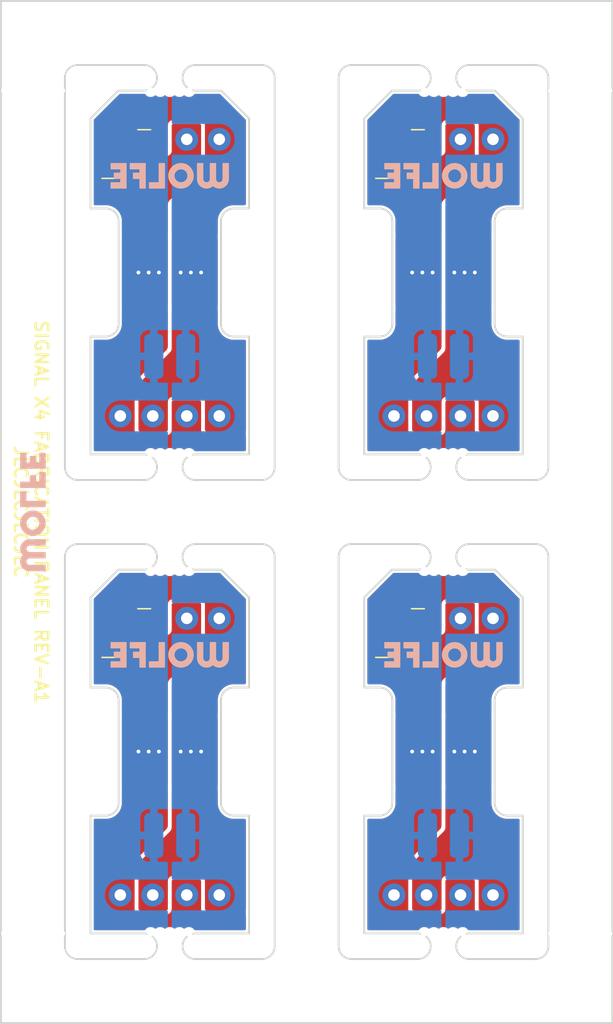
<source format=kicad_pcb>
(kicad_pcb (version 20221018) (generator pcbnew)
  (layers (0 "F.Cu" signal) (31 "B.Cu" signal) (34 "B.Paste" user) (35 "F.Paste" user) (36 "B.SilkS" user "B.Silkscreen") (37 "F.SilkS" user "F.Silkscreen") (38 "B.Mask" user) (39 "F.Mask" user) (44 "Edge.Cuts" user))
  (net 0 "")
  (net 1 "/PIN_A")
  (net 2 "Net-(D1-K)")
  (net 3 "Net-(D3-A)")
  (net 4 "/PIN_B")
  (net 5 "Net-(D2-K)")
  (net 6 "Net-(D3-K)")
  (net 7 "Net-(D1-A)")
  (footprint "Slonket_Footprints:D_LED_5mm" (layer "F.Cu") (at 178.05 86.45)
    (fp_text reference "D4" hide)
    (fp_text value "YELLOW" hide)
    (pad "1" thru_hole circle (at -1.27 0) (size 1.8 1.8) (drill 0.9) (layers "*.Cu" "*.Mask") (net 3 "Net-(D3-A)"))
    (pad "2" thru_hole circle (at 1.27 0) (size 1.8 1.8) (drill 0.9) (layers "*.Cu" "*.Mask") (net 6 "Net-(D3-K)"))
  )
  (footprint "Slonket_Footprints:D_SOD-123F" (layer "F.Cu") (at 150.65 64.85 180)
    (fp_text reference "D1" hide)
    (fp_text value "1N4148" hide)
    (pad "1" smd rect (at -1.4 0 180) (size 1.1 1.1) (layers "F.Cu" "F.Paste" "F.Mask") (net 2 "Net-(D1-K)"))
    (pad "2" smd rect (at 1.4 0 180) (size 1.1 1.1) (layers "F.Cu" "F.Paste" "F.Mask") (net 7 "Net-(D1-A)"))
  )
  (footprint "Slonket_Footprints:R_1206" (layer "F.Cu") (at 155.7 78.05 -90)
    (fp_text reference "R4" hide)
    (fp_text value "270" hide)
    (pad "1" smd rect (at -1.475 0 270) (size 1.15 1.8) (layers "F.Cu" "F.Paste" "F.Mask") (net 1 "/PIN_A"))
    (pad "2" smd rect (at 1.475 0 270) (size 1.15 1.8) (layers "F.Cu" "F.Paste" "F.Mask") (net 6 "Net-(D3-K)"))
  )
  (footprint "Slonket_Mechanical:Mousebites_Tab_2mm_2mm" (layer "F.Cu") (at 175.45 127.85 180)
    (fp_text reference "REF**" hide)
    (fp_text value "Mousebites_Tab_2mm_2mm" hide)
    (fp_arc (start -2.000036 -1.000001) (mid -1.000018 -0.000002) (end -2.000036 0.999997) (stroke (width 0.15)) (layer "Edge.Cuts"))
    (fp_arc (start 2 0.999998) (mid 0.999982 0) (end 2 -1) (stroke (width 0.15)) (layer "Edge.Cuts"))
    (pad "" np_thru_hole circle locked (at -1.5 1) (size 0.5 0.5) (drill 0.5) (layers "F&B.Cu" "*.Mask"))
    (pad "" np_thru_hole circle locked (at -0.75 0.999998) (size 0.5 0.5) (drill 0.5) (layers "F&B.Cu" "*.Mask"))
    (pad "" np_thru_hole circle locked (at -0.000018 0.999998 180) (size 0.5 0.5) (drill 0.5) (layers "F&B.Cu" "*.Mask"))
    (pad "" np_thru_hole circle locked (at 0.75 0.999998 180) (size 0.5 0.5) (drill 0.5) (layers "F&B.Cu" "*.Mask"))
    (pad "" np_thru_hole circle locked (at 1.5 0.999998 180) (size 0.5 0.5) (drill 0.5) (layers "F&B.Cu" "*.Mask"))
  )
  (footprint "Slonket_Footprints:D_LED_5mm" (layer "F.Cu") (at 156.65 64.85)
    (fp_text reference "D2" hide)
    (fp_text value "GREEN" hide)
    (pad "1" thru_hole circle (at -1.27 0) (size 1.8 1.8) (drill 0.9) (layers "*.Cu" "*.Mask") (net 5 "Net-(D2-K)"))
    (pad "2" thru_hole circle (at 1.27 0) (size 1.8 1.8) (drill 0.9) (layers "*.Cu" "*.Mask") (net 2 "Net-(D1-K)"))
  )
  (footprint "Slonket_Footprints:D_LED_5mm" (layer "F.Cu") (at 156.65 86.45)
    (fp_text reference "D4" hide)
    (fp_text value "YELLOW" hide)
    (pad "1" thru_hole circle (at -1.27 0) (size 1.8 1.8) (drill 0.9) (layers "*.Cu" "*.Mask") (net 3 "Net-(D3-A)"))
    (pad "2" thru_hole circle (at 1.27 0) (size 1.8 1.8) (drill 0.9) (layers "*.Cu" "*.Mask") (net 6 "Net-(D3-K)"))
  )
  (footprint "Slonket_Footprints:D_LED_5mm" (layer "F.Cu") (at 156.65 123.85)
    (fp_text reference "D4" hide)
    (fp_text value "YELLOW" hide)
    (pad "1" thru_hole circle (at -1.27 0) (size 1.8 1.8) (drill 0.9) (layers "*.Cu" "*.Mask") (net 3 "Net-(D3-A)"))
    (pad "2" thru_hole circle (at 1.27 0) (size 1.8 1.8) (drill 0.9) (layers "*.Cu" "*.Mask") (net 6 "Net-(D3-K)"))
  )
  (footprint "Slonket_Footprints:R_1206" (layer "F.Cu") (at 152.4 72.45 -90)
    (fp_text reference "R3" hide)
    (fp_text value "270" hide)
    (pad "1" smd rect (at -1.475 0 270) (size 1.15 1.8) (layers "F.Cu" "F.Paste" "F.Mask") (net 5 "Net-(D2-K)"))
    (pad "2" smd rect (at 1.475 0 270) (size 1.15 1.8) (layers "F.Cu" "F.Paste" "F.Mask") (net 4 "/PIN_B"))
  )
  (footprint "Slonket_Mechanical:Mousebites_Tab_2mm_2mm" (layer "F.Cu") (at 175.45 60.05)
    (fp_text reference "REF**" hide)
    (fp_text value "Mousebites_Tab_2mm_2mm" hide)
    (fp_arc (start -2.000036 -1.000001) (mid -1.000018 -0.000002) (end -2.000036 0.999997) (stroke (width 0.15)) (layer "Edge.Cuts"))
    (fp_arc (start 2 0.999998) (mid 0.999982 0) (end 2 -1) (stroke (width 0.15)) (layer "Edge.Cuts"))
    (pad "" np_thru_hole circle locked (at -1.5 1 180) (size 0.5 0.5) (drill 0.5) (layers "F&B.Cu" "*.Mask"))
    (pad "" np_thru_hole circle locked (at -0.75 0.999998 180) (size 0.5 0.5) (drill 0.5) (layers "F&B.Cu" "*.Mask"))
    (pad "" np_thru_hole circle locked (at -0.000018 0.999998) (size 0.5 0.5) (drill 0.5) (layers "F&B.Cu" "*.Mask"))
    (pad "" np_thru_hole circle locked (at 0.75 0.999998) (size 0.5 0.5) (drill 0.5) (layers "F&B.Cu" "*.Mask"))
    (pad "" np_thru_hole circle locked (at 1.5 0.999998) (size 0.5 0.5) (drill 0.5) (layers "F&B.Cu" "*.Mask"))
  )
  (footprint "Slonket_Mechanical:Mousebites_Break_5mm" (layer "F.Cu") (at 143.35 126.85)
    (fp_text reference "REF**" hide)
    (fp_text value "Mousebites_Break_5mm" hide)
    (pad "" np_thru_hole circle locked (at -2.25 0) (size 0.5 0.5) (drill 0.5) (layers "F&B.Cu" "*.Mask"))
    (pad "" np_thru_hole circle locked (at -1.5 0) (size 0.5 0.5) (drill 0.5) (layers "F&B.Cu" "*.Mask"))
    (pad "" np_thru_hole circle locked (at -0.75 0) (size 0.5 0.5) (drill 0.5) (layers "F&B.Cu" "*.Mask"))
    (pad "" np_thru_hole circle locked (at 0 0) (size 0.5 0.5) (drill 0.5) (layers "F&B.Cu" "*.Mask"))
    (pad "" np_thru_hole circle locked (at 0.75 0) (size 0.5 0.5) (drill 0.5) (layers "F&B.Cu" "*.Mask"))
    (pad "" np_thru_hole circle locked (at 1.5 0) (size 0.5 0.5) (drill 0.5) (layers "F&B.Cu" "*.Mask"))
    (pad "" np_thru_hole circle locked (at 2.25 0) (size 0.5 0.5) (drill 0.5) (layers "F&B.Cu" "*.Mask"))
  )
  (footprint "Slonket_Footprints:R_1206" (layer "F.Cu") (at 155.7 115.45 -90)
    (fp_text reference "R4" hide)
    (fp_text value "270" hide)
    (pad "1" smd rect (at -1.475 0 270) (size 1.15 1.8) (layers "F.Cu" "F.Paste" "F.Mask") (net 1 "/PIN_A"))
    (pad "2" smd rect (at 1.475 0 270) (size 1.15 1.8) (layers "F.Cu" "F.Paste" "F.Mask") (net 6 "Net-(D3-K)"))
  )
  (footprint "Slonket_Footprints:R_1206" (layer "F.Cu") (at 173.8 109.85 -90)
    (fp_text reference "R3" hide)
    (fp_text value "270" hide)
    (pad "1" smd rect (at -1.475 0 270) (size 1.15 1.8) (layers "F.Cu" "F.Paste" "F.Mask") (net 5 "Net-(D2-K)"))
    (pad "2" smd rect (at 1.475 0 270) (size 1.15 1.8) (layers "F.Cu" "F.Paste" "F.Mask") (net 4 "/PIN_B"))
  )
  (footprint "Slonket_Footprints:D_SOD-123F" (layer "F.Cu") (at 172.05 67.15)
    (fp_text reference "D5" hide)
    (fp_text value "1N4148" hide)
    (pad "1" smd rect (at -1.4 0) (size 1.1 1.1) (layers "F.Cu" "F.Paste" "F.Mask") (net 7 "Net-(D1-A)"))
    (pad "2" smd rect (at 1.4 0) (size 1.1 1.1) (layers "F.Cu" "F.Paste" "F.Mask") (net 5 "Net-(D2-K)"))
  )
  (footprint "Slonket_Footprints:D_SOD-123F" (layer "F.Cu") (at 150.65 104.55)
    (fp_text reference "D5" hide)
    (fp_text value "1N4148" hide)
    (pad "1" smd rect (at -1.4 0) (size 1.1 1.1) (layers "F.Cu" "F.Paste" "F.Mask") (net 7 "Net-(D1-A)"))
    (pad "2" smd rect (at 1.4 0) (size 1.1 1.1) (layers "F.Cu" "F.Paste" "F.Mask") (net 5 "Net-(D2-K)"))
  )
  (footprint "Slonket_Footprints:R_1206" (layer "F.Cu") (at 152.4 115.45 90)
    (fp_text reference "R2" hide)
    (fp_text value "270" hide)
    (pad "1" smd rect (at -1.475 0 90) (size 1.15 1.8) (layers "F.Cu" "F.Paste" "F.Mask") (net 3 "Net-(D3-A)"))
    (pad "2" smd rect (at 1.475 0 90) (size 1.15 1.8) (layers "F.Cu" "F.Paste" "F.Mask") (net 4 "/PIN_B"))
  )
  (footprint "Slonket_Mechanical:Mousebites_Break_5mm" (layer "F.Cu") (at 143.35 61.05)
    (fp_text reference "REF**" hide)
    (fp_text value "Mousebites_Break_5mm" hide)
    (pad "" np_thru_hole circle locked (at -2.25 0) (size 0.5 0.5) (drill 0.5) (layers "F&B.Cu" "*.Mask"))
    (pad "" np_thru_hole circle locked (at -1.5 0) (size 0.5 0.5) (drill 0.5) (layers "F&B.Cu" "*.Mask"))
    (pad "" np_thru_hole circle locked (at -0.75 0) (size 0.5 0.5) (drill 0.5) (layers "F&B.Cu" "*.Mask"))
    (pad "" np_thru_hole circle locked (at 0 0) (size 0.5 0.5) (drill 0.5) (layers "F&B.Cu" "*.Mask"))
    (pad "" np_thru_hole circle locked (at 0.75 0) (size 0.5 0.5) (drill 0.5) (layers "F&B.Cu" "*.Mask"))
    (pad "" np_thru_hole circle locked (at 1.5 0) (size 0.5 0.5) (drill 0.5) (layers "F&B.Cu" "*.Mask"))
    (pad "" np_thru_hole circle locked (at 2.25 0) (size 0.5 0.5) (drill 0.5) (layers "F&B.Cu" "*.Mask"))
  )
  (footprint "Slonket_Footprints:R_1206" (layer "F.Cu") (at 177.1 78.05 -90)
    (fp_text reference "R4" hide)
    (fp_text value "270" hide)
    (pad "1" smd rect (at -1.475 0 270) (size 1.15 1.8) (layers "F.Cu" "F.Paste" "F.Mask") (net 1 "/PIN_A"))
    (pad "2" smd rect (at 1.475 0 270) (size 1.15 1.8) (layers "F.Cu" "F.Paste" "F.Mask") (net 6 "Net-(D3-K)"))
  )
  (footprint "Slonket_Mechanical:Mousebites_Break_5mm" (layer "F.Cu") (at 186.15 61.05)
    (fp_text reference "REF**" hide)
    (fp_text value "Mousebites_Break_5mm" hide)
    (pad "" np_thru_hole circle locked (at -2.25 0) (size 0.5 0.5) (drill 0.5) (layers "F&B.Cu" "*.Mask"))
    (pad "" np_thru_hole circle locked (at -1.5 0) (size 0.5 0.5) (drill 0.5) (layers "F&B.Cu" "*.Mask"))
    (pad "" np_thru_hole circle locked (at -0.75 0) (size 0.5 0.5) (drill 0.5) (layers "F&B.Cu" "*.Mask"))
    (pad "" np_thru_hole circle locked (at 0 0) (size 0.5 0.5) (drill 0.5) (layers "F&B.Cu" "*.Mask"))
    (pad "" np_thru_hole circle locked (at 0.75 0) (size 0.5 0.5) (drill 0.5) (layers "F&B.Cu" "*.Mask"))
    (pad "" np_thru_hole circle locked (at 1.5 0) (size 0.5 0.5) (drill 0.5) (layers "F&B.Cu" "*.Mask"))
    (pad "" np_thru_hole circle locked (at 2.25 0) (size 0.5 0.5) (drill 0.5) (layers "F&B.Cu" "*.Mask"))
  )
  (footprint "Slonket_Mechanical:JLCPCB_Tooling_Hole" (layer "F.Cu") (at 186.15 93.95)
    (fp_text reference "REF**" hide)
    (fp_text value "JLCPCB_Tooling_Hole" hide)
    (pad "" np_thru_hole circle locked (at 0 0) (size 1.152 1.152) (drill 1.152) (layers "*.Cu" "*.Mask") (clearance 0.248))
  )
  (footprint "Slonket_Footprints:D_SOD-123F" (layer "F.Cu") (at 150.65 67.15)
    (fp_text reference "D5" hide)
    (fp_text value "1N4148" hide)
    (pad "1" smd rect (at -1.4 0) (size 1.1 1.1) (layers "F.Cu" "F.Paste" "F.Mask") (net 7 "Net-(D1-A)"))
    (pad "2" smd rect (at 1.4 0) (size 1.1 1.1) (layers "F.Cu" "F.Paste" "F.Mask") (net 5 "Net-(D2-K)"))
  )
  (footprint "Slonket_Footprints:R_1206" (layer "F.Cu") (at 173.8 78.05 90)
    (fp_text reference "R2" hide)
    (fp_text value "270" hide)
    (pad "1" smd rect (at -1.475 0 90) (size 1.15 1.8) (layers "F.Cu" "F.Paste" "F.Mask") (net 3 "Net-(D3-A)"))
    (pad "2" smd rect (at 1.475 0 90) (size 1.15 1.8) (layers "F.Cu" "F.Paste" "F.Mask") (net 4 "/PIN_B"))
  )
  (footprint "Slonket_Footprints:D_LED_5mm" (layer "F.Cu") (at 156.65 102.25)
    (fp_text reference "D2" hide)
    (fp_text value "GREEN" hide)
    (pad "1" thru_hole circle (at -1.27 0) (size 1.8 1.8) (drill 0.9) (layers "*.Cu" "*.Mask") (net 5 "Net-(D2-K)"))
    (pad "2" thru_hole circle (at 1.27 0) (size 1.8 1.8) (drill 0.9) (layers "*.Cu" "*.Mask") (net 2 "Net-(D1-K)"))
  )
  (footprint "Slonket_Footprints:R_1206" (layer "F.Cu") (at 177.1 72.45 90)
    (fp_text reference "R1" hide)
    (fp_text value "270" hide)
    (pad "1" smd rect (at -1.475 0 90) (size 1.15 1.8) (layers "F.Cu" "F.Paste" "F.Mask") (net 1 "/PIN_A"))
    (pad "2" smd rect (at 1.475 0 90) (size 1.15 1.8) (layers "F.Cu" "F.Paste" "F.Mask") (net 2 "Net-(D1-K)"))
  )
  (footprint "Slonket_Footprints:D_LED_5mm" (layer "F.Cu") (at 151.45 86.45 180)
    (fp_text reference "D3" hide)
    (fp_text value "RED" hide)
    (pad "1" thru_hole circle (at -1.27 0 180) (size 1.8 1.8) (drill 0.9) (layers "*.Cu" "*.Mask") (net 6 "Net-(D3-K)"))
    (pad "2" thru_hole circle (at 1.27 0 180) (size 1.8 1.8) (drill 0.9) (layers "*.Cu" "*.Mask") (net 3 "Net-(D3-A)"))
  )
  (footprint "Slonket_Footprints:D_LED_5mm" (layer "F.Cu") (at 178.05 64.85)
    (fp_text reference "D2" hide)
    (fp_text value "GREEN" hide)
    (pad "1" thru_hole circle (at -1.27 0) (size 1.8 1.8) (drill 0.9) (layers "*.Cu" "*.Mask") (net 5 "Net-(D2-K)"))
    (pad "2" thru_hole circle (at 1.27 0) (size 1.8 1.8) (drill 0.9) (layers "*.Cu" "*.Mask") (net 2 "Net-(D1-K)"))
  )
  (footprint "Slonket_Footprints:D_SOD-123F" (layer "F.Cu") (at 172.05 64.85 180)
    (fp_text reference "D1" hide)
    (fp_text value "1N4148" hide)
    (pad "1" smd rect (at -1.4 0 180) (size 1.1 1.1) (layers "F.Cu" "F.Paste" "F.Mask") (net 2 "Net-(D1-K)"))
    (pad "2" smd rect (at 1.4 0 180) (size 1.1 1.1) (layers "F.Cu" "F.Paste" "F.Mask") (net 7 "Net-(D1-A)"))
  )
  (footprint "Slonket_Mechanical:Mousebites_Tab_2mm_2mm" (layer "F.Cu") (at 175.45 90.45 180)
    (fp_text reference "REF**" hide)
    (fp_text value "Mousebites_Tab_2mm_2mm" hide)
    (fp_arc (start -2.000036 -1.000001) (mid -1.000018 -0.000002) (end -2.000036 0.999997) (stroke (width 0.15)) (layer "Edge.Cuts"))
    (fp_arc (start 2 0.999998) (mid 0.999982 0) (end 2 -1) (stroke (width 0.15)) (layer "Edge.Cuts"))
    (pad "" np_thru_hole circle locked (at -1.5 1) (size 0.5 0.5) (drill 0.5) (layers "F&B.Cu" "*.Mask"))
    (pad "" np_thru_hole circle locked (at -0.75 0.999998) (size 0.5 0.5) (drill 0.5) (layers "F&B.Cu" "*.Mask"))
    (pad "" np_thru_hole circle locked (at -0.000018 0.999998 180) (size 0.5 0.5) (drill 0.5) (layers "F&B.Cu" "*.Mask"))
    (pad "" np_thru_hole circle locked (at 0.75 0.999998 180) (size 0.5 0.5) (drill 0.5) (layers "F&B.Cu" "*.Mask"))
    (pad "" np_thru_hole circle locked (at 1.5 0.999998 180) (size 0.5 0.5) (drill 0.5) (layers "F&B.Cu" "*.Mask"))
  )
  (footprint "Slonket_Mechanical:Mousebites_Tab_2mm_2mm" (layer "F.Cu") (at 175.45 97.45)
    (fp_text reference "REF**" hide)
    (fp_text value "Mousebites_Tab_2mm_2mm" hide)
    (fp_arc (start -2.000036 -1.000001) (mid -1.000018 -0.000002) (end -2.000036 0.999997) (stroke (width 0.15)) (layer "Edge.Cuts"))
    (fp_arc (start 2 0.999998) (mid 0.999982 0) (end 2 -1) (stroke (width 0.15)) (layer "Edge.Cuts"))
    (pad "" np_thru_hole circle locked (at -1.5 1 180) (size 0.5 0.5) (drill 0.5) (layers "F&B.Cu" "*.Mask"))
    (pad "" np_thru_hole circle locked (at -0.75 0.999998 180) (size 0.5 0.5) (drill 0.5) (layers "F&B.Cu" "*.Mask"))
    (pad "" np_thru_hole circle locked (at -0.000018 0.999998) (size 0.5 0.5) (drill 0.5) (layers "F&B.Cu" "*.Mask"))
    (pad "" np_thru_hole circle locked (at 0.75 0.999998) (size 0.5 0.5) (drill 0.5) (layers "F&B.Cu" "*.Mask"))
    (pad "" np_thru_hole circle locked (at 1.5 0.999998) (size 0.5 0.5) (drill 0.5) (layers "F&B.Cu" "*.Mask"))
  )
  (footprint "Slonket_Footprints:R_1206" (layer "F.Cu") (at 173.8 72.45 -90)
    (fp_text reference "R3" hide)
    (fp_text value "270" hide)
    (pad "1" smd rect (at -1.475 0 270) (size 1.15 1.8) (layers "F.Cu" "F.Paste" "F.Mask") (net 5 "Net-(D2-K)"))
    (pad "2" smd rect (at 1.475 0 270) (size 1.15 1.8) (layers "F.Cu" "F.Paste" "F.Mask") (net 4 "/PIN_B"))
  )
  (footprint "Slonket_Footprints:R_1206" (layer "F.Cu") (at 152.4 78.05 90)
    (fp_text reference "R2" hide)
    (fp_text value "270" hide)
    (pad "1" smd rect (at -1.475 0 90) (size 1.15 1.8) (layers "F.Cu" "F.Paste" "F.Mask") (net 3 "Net-(D3-A)"))
    (pad "2" smd rect (at 1.475 0 90) (size 1.15 1.8) (layers "F.Cu" "F.Paste" "F.Mask") (net 4 "/PIN_B"))
  )
  (footprint "Slonket_Footprints:R_1206" (layer "F.Cu") (at 155.7 109.85 90)
    (fp_text reference "R1" hide)
    (fp_text value "270" hide)
    (pad "1" smd rect (at -1.475 0 90) (size 1.15 1.8) (layers "F.Cu" "F.Paste" "F.Mask") (net 1 "/PIN_A"))
    (pad "2" smd rect (at 1.475 0 90) (size 1.15 1.8) (layers "F.Cu" "F.Paste" "F.Mask") (net 2 "Net-(D1-K)"))
  )
  (footprint "Slonket_Mechanical:Mousebites_Tab_2mm_2mm" (layer "F.Cu") (at 154.05 127.85 180)
    (fp_text reference "REF**" hide)
    (fp_text value "Mousebites_Tab_2mm_2mm" hide)
    (fp_arc (start -2.000036 -1.000001) (mid -1.000018 -0.000002) (end -2.000036 0.999997) (stroke (width 0.15)) (layer "Edge.Cuts"))
    (fp_arc (start 2 0.999998) (mid 0.999982 0) (end 2 -1) (stroke (width 0.15)) (layer "Edge.Cuts"))
    (pad "" np_thru_hole circle locked (at -1.5 1) (size 0.5 0.5) (drill 0.5) (layers "F&B.Cu" "*.Mask"))
    (pad "" np_thru_hole circle locked (at -0.75 0.999998) (size 0.5 0.5) (drill 0.5) (layers "F&B.Cu" "*.Mask"))
    (pad "" np_thru_hole circle locked (at -0.000018 0.999998 180) (size 0.5 0.5) (drill 0.5) (layers "F&B.Cu" "*.Mask"))
    (pad "" np_thru_hole circle locked (at 0.75 0.999998 180) (size 0.5 0.5) (drill 0.5) (layers "F&B.Cu" "*.Mask"))
    (pad "" np_thru_hole circle locked (at 1.5 0.999998 180) (size 0.5 0.5) (drill 0.5) (layers "F&B.Cu" "*.Mask"))
  )
  (footprint "Slonket_Mechanical:Mousebites_Tab_2mm_2mm" (layer "F.Cu") (at 154.05 97.45)
    (fp_text reference "REF**" hide)
    (fp_text value "Mousebites_Tab_2mm_2mm" hide)
    (fp_arc (start -2.000036 -1.000001) (mid -1.000018 -0.000002) (end -2.000036 0.999997) (stroke (width 0.15)) (layer "Edge.Cuts"))
    (fp_arc (start 2 0.999998) (mid 0.999982 0) (end 2 -1) (stroke (width 0.15)) (layer "Edge.Cuts"))
    (pad "" np_thru_hole circle locked (at -1.5 1 180) (size 0.5 0.5) (drill 0.5) (layers "F&B.Cu" "*.Mask"))
    (pad "" np_thru_hole circle locked (at -0.75 0.999998 180) (size 0.5 0.5) (drill 0.5) (layers "F&B.Cu" "*.Mask"))
    (pad "" np_thru_hole circle locked (at -0.000018 0.999998) (size 0.5 0.5) (drill 0.5) (layers "F&B.Cu" "*.Mask"))
    (pad "" np_thru_hole circle locked (at 0.75 0.999998) (size 0.5 0.5) (drill 0.5) (layers "F&B.Cu" "*.Mask"))
    (pad "" np_thru_hole circle locked (at 1.5 0.999998) (size 0.5 0.5) (drill 0.5) (layers "F&B.Cu" "*.Mask"))
  )
  (footprint "Slonket_Footprints:R_1206" (layer "F.Cu") (at 173.8 115.45 90)
    (fp_text reference "R2" hide)
    (fp_text value "270" hide)
    (pad "1" smd rect (at -1.475 0 90) (size 1.15 1.8) (layers "F.Cu" "F.Paste" "F.Mask") (net 3 "Net-(D3-A)"))
    (pad "2" smd rect (at 1.475 0 90) (size 1.15 1.8) (layers "F.Cu" "F.Paste" "F.Mask") (net 4 "/PIN_B"))
  )
  (footprint "Slonket_Footprints:R_1206" (layer "F.Cu") (at 177.1 109.85 90)
    (fp_text reference "R1" hide)
    (fp_text value "270" hide)
    (pad "1" smd rect (at -1.475 0 90) (size 1.15 1.8) (layers "F.Cu" "F.Paste" "F.Mask") (net 1 "/PIN_A"))
    (pad "2" smd rect (at 1.475 0 90) (size 1.15 1.8) (layers "F.Cu" "F.Paste" "F.Mask") (net 2 "Net-(D1-K)"))
  )
  (footprint "Slonket_Footprints:R_1206" (layer "F.Cu") (at 177.1 115.45 -90)
    (fp_text reference "R4" hide)
    (fp_text value "270" hide)
    (pad "1" smd rect (at -1.475 0 270) (size 1.15 1.8) (layers "F.Cu" "F.Paste" "F.Mask") (net 1 "/PIN_A"))
    (pad "2" smd rect (at 1.475 0 270) (size 1.15 1.8) (layers "F.Cu" "F.Paste" "F.Mask") (net 6 "Net-(D3-K)"))
  )
  (footprint "Slonket_Footprints:D_LED_5mm" (layer "F.Cu") (at 172.85 86.45 180)
    (fp_text reference "D3" hide)
    (fp_text value "RED" hide)
    (pad "1" thru_hole circle (at -1.27 0 180) (size 1.8 1.8) (drill 0.9) (layers "*.Cu" "*.Mask") (net 6 "Net-(D3-K)"))
    (pad "2" thru_hole circle (at 1.27 0 180) (size 1.8 1.8) (drill 0.9) (layers "*.Cu" "*.Mask") (net 3 "Net-(D3-A)"))
  )
  (footprint "Slonket_Mechanical:JLCPCB_Tooling_Hole" (layer "F.Cu") (at 143.35 56.55)
    (fp_text reference "REF**" hide)
    (fp_text value "JLCPCB_Tooling_Hole" hide)
    (pad "" np_thru_hole circle locked (at 0 0) (size 1.152 1.152) (drill 1.152) (layers "*.Cu" "*.Mask") (clearance 0.248))
  )
  (footprint "Slonket_Footprints:R_1206" (layer "F.Cu") (at 152.4 109.85 -90)
    (fp_text reference "R3" hide)
    (fp_text value "270" hide)
    (pad "1" smd rect (at -1.475 0 270) (size 1.15 1.8) (layers "F.Cu" "F.Paste" "F.Mask") (net 5 "Net-(D2-K)"))
    (pad "2" smd rect (at 1.475 0 270) (size 1.15 1.8) (layers "F.Cu" "F.Paste" "F.Mask") (net 4 "/PIN_B"))
  )
  (footprint "Slonket_Mechanical:Mousebites_Tab_2mm_2mm" (layer "F.Cu") (at 154.05 90.45 180)
    (fp_text reference "REF**" hide)
    (fp_text value "Mousebites_Tab_2mm_2mm" hide)
    (fp_arc (start -2.000036 -1.000001) (mid -1.000018 -0.000002) (end -2.000036 0.999997) (stroke (width 0.15)) (layer "Edge.Cuts"))
    (fp_arc (start 2 0.999998) (mid 0.999982 0) (end 2 -1) (stroke (width 0.15)) (layer "Edge.Cuts"))
    (pad "" np_thru_hole circle locked (at -1.5 1) (size 0.5 0.5) (drill 0.5) (layers "F&B.Cu" "*.Mask"))
    (pad "" np_thru_hole circle locked (at -0.75 0.999998) (size 0.5 0.5) (drill 0.5) (layers "F&B.Cu" "*.Mask"))
    (pad "" np_thru_hole circle locked (at -0.000018 0.999998 180) (size 0.5 0.5) (drill 0.5) (layers "F&B.Cu" "*.Mask"))
    (pad "" np_thru_hole circle locked (at 0.75 0.999998 180) (size 0.5 0.5) (drill 0.5) (layers "F&B.Cu" "*.Mask"))
    (pad "" np_thru_hole circle locked (at 1.5 0.999998 180) (size 0.5 0.5) (drill 0.5) (layers "F&B.Cu" "*.Mask"))
  )
  (footprint "Slonket_Mechanical:Mousebites_Break_5mm" (layer "F.Cu") (at 186.15 126.85)
    (fp_text reference "REF**" hide)
    (fp_text value "Mousebites_Break_5mm" hide)
    (pad "" np_thru_hole circle locked (at -2.25 0) (size 0.5 0.5) (drill 0.5) (layers "F&B.Cu" "*.Mask"))
    (pad "" np_thru_hole circle locked (at -1.5 0) (size 0.5 0.5) (drill 0.5) (layers "F&B.Cu" "*.Mask"))
    (pad "" np_thru_hole circle locked (at -0.75 0) (size 0.5 0.5) (drill 0.5) (layers "F&B.Cu" "*.Mask"))
    (pad "" np_thru_hole circle locked (at 0 0) (size 0.5 0.5) (drill 0.5) (layers "F&B.Cu" "*.Mask"))
    (pad "" np_thru_hole circle locked (at 0.75 0) (size 0.5 0.5) (drill 0.5) (layers "F&B.Cu" "*.Mask"))
    (pad "" np_thru_hole circle locked (at 1.5 0) (size 0.5 0.5) (drill 0.5) (layers "F&B.Cu" "*.Mask"))
    (pad "" np_thru_hole circle locked (at 2.25 0) (size 0.5 0.5) (drill 0.5) (layers "F&B.Cu" "*.Mask"))
  )
  (footprint "Slonket_Footprints:D_LED_5mm" (layer "F.Cu") (at 172.85 123.85 180)
    (fp_text reference "D3" hide)
    (fp_text value "RED" hide)
    (pad "1" thru_hole circle (at -1.27 0 180) (size 1.8 1.8) (drill 0.9) (layers "*.Cu" "*.Mask") (net 6 "Net-(D3-K)"))
    (pad "2" thru_hole circle (at 1.27 0 180) (size 1.8 1.8) (drill 0.9) (layers "*.Cu" "*.Mask") (net 3 "Net-(D3-A)"))
  )
  (footprint "Slonket_Mechanical:JLCPCB_Tooling_Hole" (layer "F.Cu") (at 143.35 131.35)
    (fp_text reference "REF**" hide)
    (fp_text value "JLCPCB_Tooling_Hole" hide)
    (pad "" np_thru_hole circle locked (at 0 0) (size 1.152 1.152) (drill 1.152) (layers "*.Cu" "*.Mask") (clearance 0.248))
  )
  (footprint "Slonket_Footprints:R_1206" (layer "F.Cu") (at 155.7 72.45 90)
    (fp_text reference "R1" hide)
    (fp_text value "270" hide)
    (pad "1" smd rect (at -1.475 0 90) (size 1.15 1.8) (layers "F.Cu" "F.Paste" "F.Mask") (net 1 "/PIN_A"))
    (pad "2" smd rect (at 1.475 0 90) (size 1.15 1.8) (layers "F.Cu" "F.Paste" "F.Mask") (net 2 "Net-(D1-K)"))
  )
  (footprint "Slonket_Footprints:D_SOD-123F" (layer "F.Cu") (at 150.65 102.25 180)
    (fp_text reference "D1" hide)
    (fp_text value "1N4148" hide)
    (pad "1" smd rect (at -1.4 0 180) (size 1.1 1.1) (layers "F.Cu" "F.Paste" "F.Mask") (net 2 "Net-(D1-K)"))
    (pad "2" smd rect (at 1.4 0 180) (size 1.1 1.1) (layers "F.Cu" "F.Paste" "F.Mask") (net 7 "Net-(D1-A)"))
  )
  (footprint "Slonket_Footprints:D_SOD-123F" (layer "F.Cu") (at 172.05 104.55)
    (fp_text reference "D5" hide)
    (fp_text value "1N4148" hide)
    (pad "1" smd rect (at -1.4 0) (size 1.1 1.1) (layers "F.Cu" "F.Paste" "F.Mask") (net 7 "Net-(D1-A)"))
    (pad "2" smd rect (at 1.4 0) (size 1.1 1.1) (layers "F.Cu" "F.Paste" "F.Mask") (net 5 "Net-(D2-K)"))
  )
  (footprint "Slonket_Footprints:D_LED_5mm" (layer "F.Cu") (at 178.05 123.85)
    (fp_text reference "D4" hide)
    (fp_text value "YELLOW" hide)
    (pad "1" thru_hole circle (at -1.27 0) (size 1.8 1.8) (drill 0.9) (layers "*.Cu" "*.Mask") (net 3 "Net-(D3-A)"))
    (pad "2" thru_hole circle (at 1.27 0) (size 1.8 1.8) (drill 0.9) (layers "*.Cu" "*.Mask") (net 6 "Net-(D3-K)"))
  )
  (footprint "Slonket_Footprints:D_LED_5mm" (layer "F.Cu") (at 151.45 123.85 180)
    (fp_text reference "D3" hide)
    (fp_text value "RED" hide)
    (pad "1" thru_hole circle (at -1.27 0 180) (size 1.8 1.8) (drill 0.9) (layers "*.Cu" "*.Mask") (net 6 "Net-(D3-K)"))
    (pad "2" thru_hole circle (at 1.27 0 180) (size 1.8 1.8) (drill 0.9) (layers "*.Cu" "*.Mask") (net 3 "Net-(D3-A)"))
  )
  (footprint "Slonket_Mechanical:Mousebites_Tab_2mm_2mm" (layer "F.Cu") (at 154.05 60.05)
    (fp_text reference "REF**" hide)
    (fp_text value "Mousebites_Tab_2mm_2mm" hide)
    (fp_arc (start -2.000036 -1.000001) (mid -1.000018 -0.000002) (end -2.000036 0.999997) (stroke (width 0.15)) (layer "Edge.Cuts"))
    (fp_arc (start 2 0.999998) (mid 0.999982 0) (end 2 -1) (stroke (width 0.15)) (layer "Edge.Cuts"))
    (pad "" np_thru_hole circle locked (at -1.5 1 180) (size 0.5 0.5) (drill 0.5) (layers "F&B.Cu" "*.Mask"))
    (pad "" np_thru_hole circle locked (at -0.75 0.999998 180) (size 0.5 0.5) (drill 0.5) (layers "F&B.Cu" "*.Mask"))
    (pad "" np_thru_hole circle locked (at -0.000018 0.999998) (size 0.5 0.5) (drill 0.5) (layers "F&B.Cu" "*.Mask"))
    (pad "" np_thru_hole circle locked (at 0.75 0.999998) (size 0.5 0.5) (drill 0.5) (layers "F&B.Cu" "*.Mask"))
    (pad "" np_thru_hole circle locked (at 1.5 0.999998) (size 0.5 0.5) (drill 0.5) (layers "F&B.Cu" "*.Mask"))
  )
  (footprint "Slonket_Footprints:D_SOD-123F" (layer "F.Cu") (at 172.05 102.25 180)
    (fp_text reference "D1" hide)
    (fp_text value "1N4148" hide)
    (pad "1" smd rect (at -1.4 0 180) (size 1.1 1.1) (layers "F.Cu" "F.Paste" "F.Mask") (net 2 "Net-(D1-K)"))
    (pad "2" smd rect (at 1.4 0 180) (size 1.1 1.1) (layers "F.Cu" "F.Paste" "F.Mask") (net 7 "Net-(D1-A)"))
  )
  (footprint "Slonket_Footprints:D_LED_5mm" (layer "F.Cu") (at 178.05 102.25)
    (fp_text reference "D2" hide)
    (fp_text value "GREEN" hide)
    (pad "1" thru_hole circle (at -1.27 0) (size 1.8 1.8) (drill 0.9) (layers "*.Cu" "*.Mask") (net 5 "Net-(D2-K)"))
    (pad "2" thru_hole circle (at 1.27 0) (size 1.8 1.8) (drill 0.9) (layers "*.Cu" "*.Mask") (net 2 "Net-(D1-K)"))
  )
  (footprint "Slonket_Footprints:Logo_WOLFE_2mm" (layer "B.Cu") (at 154.05 105.1 180)
    (fp_text reference "REF**" hide)
    (fp_text value "Logo_WOLFE_2mm" hide)
  )
  (footprint "Slonket_Footprints:J_Pad_2_T15" (layer "B.Cu") (at 175.45 119.2 180)
    (fp_text reference "J1" hide)
    (fp_text value "PADS" hide)
    (pad "1" smd roundrect (at -1.25 0) (size 1.5 3.5) (layers "B.Cu" "B.Mask") (net 1 "/PIN_A") (thermal_bridge_width 0.6) (thermal_gap 0.3))
    (pad "2" smd roundrect (at 1.25 0) (size 1.5 3.5) (layers "B.Cu" "B.Mask") (net 4 "/PIN_B") (thermal_bridge_width 0.6) (thermal_gap 0.3))
  )
  (footprint "Slonket_Footprints:Logo_WOLFE_2mm" (layer "B.Cu") (at 175.45 67.7 180)
    (fp_text reference "REF**" hide)
    (fp_text value "Logo_WOLFE_2mm" hide)
  )
  (footprint "Slonket_Footprints:Logo_WOLFE_2mm" (layer "B.Cu") (at 154.05 67.7 180)
    (fp_text reference "REF**" hide)
    (fp_text value "Logo_WOLFE_2mm" hide)
  )
  (footprint "Slonket_Footprints:J_Pad_2_T15" (layer "B.Cu") (at 154.05 81.8 180)
    (fp_text reference "J1" hide)
    (fp_text value "PADS" hide)
    (pad "1" smd roundrect (at -1.25 0) (size 1.5 3.5) (layers "B.Cu" "B.Mask") (net 1 "/PIN_A") (thermal_bridge_width 0.6) (thermal_gap 0.3))
    (pad "2" smd roundrect (at 1.25 0) (size 1.5 3.5) (layers "B.Cu" "B.Mask") (net 4 "/PIN_B") (thermal_bridge_width 0.6) (thermal_gap 0.3))
  )
  (footprint "Slonket_Footprints:Logo_WOLFE_2mm" (layer "B.Cu") (at 143.35 93.95 90)
    (fp_text reference "REF**" hide)
    (fp_text value "Logo_WOLFE_2mm" hide)
  )
  (footprint "Slonket_Footprints:J_Pad_2_T15" (layer "B.Cu") (at 154.05 119.2 180)
    (fp_text reference "J1" hide)
    (fp_text value "PADS" hide)
    (pad "1" smd roundrect (at -1.25 0) (size 1.5 3.5) (layers "B.Cu" "B.Mask") (net 1 "/PIN_A") (thermal_bridge_width 0.6) (thermal_gap 0.3))
    (pad "2" smd roundrect (at 1.25 0) (size 1.5 3.5) (layers "B.Cu" "B.Mask") (net 4 "/PIN_B") (thermal_bridge_width 0.6) (thermal_gap 0.3))
  )
  (footprint "Slonket_Footprints:Logo_WOLFE_2mm" (layer "B.Cu") (at 175.45 105.1 180)
    (fp_text reference "REF**" hide)
    (fp_text value "Logo_WOLFE_2mm" hide)
  )
  (footprint "Slonket_Footprints:J_Pad_2_T15" (layer "B.Cu") (at 175.45 81.8 180)
    (fp_text reference "J1" hide)
    (fp_text value "PADS" hide)
    (pad "1" smd roundrect (at -1.25 0) (size 1.5 3.5) (layers "B.Cu" "B.Mask") (net 1 "/PIN_A") (thermal_bridge_width 0.6) (thermal_gap 0.3))
    (pad "2" smd roundrect (at 1.25 0) (size 1.5 3.5) (layers "B.Cu" "B.Mask") (net 4 "/PIN_B") (thermal_bridge_width 0.6) (thermal_gap 0.3))
  )
  (gr_line locked (start 181.65 63.224874) (end 181.65 70.25) (stroke (width 0.15)) (layer "Edge.Cuts"))
  (gr_line locked (start 147.85 100.624874) (end 147.85 107.65) (stroke (width 0.15)) (layer "Edge.Cuts"))
  (gr_line locked (start 158.05 71.25) (end 158.05 79.25) (stroke (width 0.15)) (layer "Edge.Cuts"))
  (gr_arc locked (start 171.45 79.25) (mid 171.157107 79.957107) (end 170.45 80.25) (stroke (width 0.15)) (layer "Edge.Cuts"))
  (gr_line locked (start 160.25 80.25) (end 159.05 80.25) (stroke (width 0.15)) (layer "Edge.Cuts"))
  (gr_line locked (start 173.45 89.450002) (end 169.25 89.45) (stroke (width 0.15)) (layer "Edge.Cuts"))
  (gr_arc locked (start 182.65 59.05) (mid 183.357107 59.342893) (end 183.65 60.05) (stroke (width 0.15)) (layer "Edge.Cuts"))
  (gr_line locked (start 169.25 63.224874) (end 169.25 70.25) (stroke (width 0.15)) (layer "Edge.Cuts"))
  (gr_line locked (start 169.25 107.65) (end 170.45 107.65) (stroke (width 0.15)) (layer "Edge.Cuts"))
  (gr_line locked (start 169.25 80.25) (end 169.25 89.45) (stroke (width 0.15)) (layer "Edge.Cuts"))
  (gr_line locked (start 156.05 98.449998) (end 158.075126 98.45) (stroke (width 0.15)) (layer "Edge.Cuts"))
  (gr_line locked (start 183.65 97.45) (end 183.65 127.85) (stroke (width 0.15)) (layer "Edge.Cuts"))
  (gr_arc locked (start 180.45 117.65) (mid 179.742893 117.357107) (end 179.45 116.65) (stroke (width 0.15)) (layer "Edge.Cuts"))
  (gr_line locked (start 171.45 71.25) (end 171.45 79.25) (stroke (width 0.15)) (layer "Edge.Cuts"))
  (gr_line locked (start 147.85 117.65) (end 149.05 117.65) (stroke (width 0.15)) (layer "Edge.Cuts"))
  (gr_line locked (start 160.25 107.65) (end 159.05 107.65) (stroke (width 0.15)) (layer "Edge.Cuts"))
  (gr_line locked (start 177.45 96.45) (end 182.65 96.45) (stroke (width 0.15)) (layer "Edge.Cuts"))
  (gr_line locked (start 156.05 59.05) (end 161.25 59.05) (stroke (width 0.15)) (layer "Edge.Cuts"))
  (gr_arc locked (start 162.25 90.45) (mid 161.957107 91.157107) (end 161.25 91.45) (stroke (width 0.15)) (layer "Edge.Cuts"))
  (gr_arc locked (start 150.05 79.25) (mid 149.757107 79.957107) (end 149.05 80.25) (stroke (width 0.15)) (layer "Edge.Cuts"))
  (gr_line locked (start 158.075126 98.45) (end 160.25 100.624874) (stroke (width 0.15)) (layer "Edge.Cuts"))
  (gr_line locked (start 179.45 71.25) (end 179.45 79.25) (stroke (width 0.15)) (layer "Edge.Cuts"))
  (gr_line locked (start 181.65 117.65) (end 180.45 117.65) (stroke (width 0.15)) (layer "Edge.Cuts"))
  (gr_line locked (start 168.25 96.45) (end 173.449964 96.449999) (stroke (width 0.15)) (layer "Edge.Cuts"))
  (gr_line locked (start 179.45 108.65) (end 179.45 116.65) (stroke (width 0.15)) (layer "Edge.Cuts"))
  (gr_line locked (start 171.45 108.65) (end 171.45 116.65) (stroke (width 0.15)) (layer "Edge.Cuts"))
  (gr_line locked (start 169.25 63.224874) (end 171.424874 61.05) (stroke (width 0.15)) (layer "Edge.Cuts"))
  (gr_line locked (start 168.25 59.05) (end 173.449964 59.049999) (stroke (width 0.15)) (layer "Edge.Cuts"))
  (gr_line locked (start 156.05 96.45) (end 161.25 96.45) (stroke (width 0.15)) (layer "Edge.Cuts"))
  (gr_line locked (start 181.65 70.25) (end 180.45 70.25) (stroke (width 0.15)) (layer "Edge.Cuts"))
  (gr_line locked (start 161.25 91.45) (end 156.050036 91.450001) (stroke (width 0.15)) (layer "Edge.Cuts"))
  (gr_line locked (start 156.05 61.049998) (end 158.075126 61.05) (stroke (width 0.15)) (layer "Edge.Cuts"))
  (gr_line locked (start 147.85 100.624874) (end 150.024874 98.45) (stroke (width 0.15)) (layer "Edge.Cuts"))
  (gr_line locked (start 182.65 91.45) (end 177.450036 91.450001) (stroke (width 0.15)) (layer "Edge.Cuts"))
  (gr_arc locked (start 182.65 96.45) (mid 183.357107 96.742893) (end 183.65 97.45) (stroke (width 0.15)) (layer "Edge.Cuts"))
  (gr_arc locked (start 179.45 108.65) (mid 179.742893 107.942893) (end 180.45 107.65) (stroke (width 0.15)) (layer "Edge.Cuts"))
  (gr_line locked (start 147.85 107.65) (end 149.05 107.65) (stroke (width 0.15)) (layer "Edge.Cuts"))
  (gr_arc locked (start 149.05 70.25) (mid 149.757107 70.542893) (end 150.05 71.25) (stroke (width 0.15)) (layer "Edge.Cuts"))
  (gr_arc locked (start 170.45 70.25) (mid 171.157107 70.542893) (end 171.45 71.25) (stroke (width 0.15)) (layer "Edge.Cuts"))
  (gr_line locked (start 171.424874 61.05) (end 173.449964 61.049997) (stroke (width 0.15)) (layer "Edge.Cuts"))
  (gr_arc locked (start 158.05 71.25) (mid 158.342893 70.542893) (end 159.05 70.25) (stroke (width 0.15)) (layer "Edge.Cuts"))
  (gr_arc locked (start 161.25 59.05) (mid 161.957107 59.342893) (end 162.25 60.05) (stroke (width 0.15)) (layer "Edge.Cuts"))
  (gr_line locked (start 181.65 107.65) (end 180.45 107.65) (stroke (width 0.15)) (layer "Edge.Cuts"))
  (gr_line locked (start 160.25 80.25) (end 160.25 89.45) (stroke (width 0.15)) (layer "Edge.Cuts"))
  (gr_arc locked (start 179.45 71.25) (mid 179.742893 70.542893) (end 180.45 70.25) (stroke (width 0.15)) (layer "Edge.Cuts"))
  (gr_arc locked (start 158.05 108.65) (mid 158.342893 107.942893) (end 159.05 107.65) (stroke (width 0.15)) (layer "Edge.Cuts"))
  (gr_line locked (start 173.45 128.85) (end 168.25 128.85) (stroke (width 0.15)) (layer "Edge.Cuts"))
  (gr_arc locked (start 180.45 80.25) (mid 179.742893 79.957107) (end 179.45 79.25) (stroke (width 0.15)) (layer "Edge.Cuts"))
  (gr_line locked (start 177.45 61.049998) (end 179.475126 61.05) (stroke (width 0.15)) (layer "Edge.Cuts"))
  (gr_line locked (start 162.25 60.05) (end 162.25 90.45) (stroke (width 0.15)) (layer "Edge.Cuts"))
  (gr_arc locked (start 146.85 128.85) (mid 146.142893 128.557107) (end 145.85 127.85) (stroke (width 0.15)) (layer "Edge.Cuts"))
  (gr_line locked (start 167.25 90.45) (end 167.25 60.05) (stroke (width 0.15)) (layer "Edge.Cuts"))
  (gr_line locked (start 171.424874 98.45) (end 173.449964 98.449997) (stroke (width 0.15)) (layer "Edge.Cuts"))
  (gr_arc locked (start 167.25 97.45) (mid 167.542893 96.742893) (end 168.25 96.45) (stroke (width 0.15)) (layer "Edge.Cuts"))
  (gr_arc locked (start 183.65 127.85) (mid 183.357107 128.557107) (end 182.65 128.85) (stroke (width 0.15)) (layer "Edge.Cuts"))
  (gr_line locked (start 179.475126 98.45) (end 181.65 100.624874) (stroke (width 0.15)) (layer "Edge.Cuts"))
  (gr_line locked (start 152.05 128.85) (end 146.85 128.85) (stroke (width 0.15)) (layer "Edge.Cuts"))
  (gr_line locked (start 177.45 98.449998) (end 179.475126 98.45) (stroke (width 0.15)) (layer "Edge.Cuts"))
  (gr_line locked (start 169.25 70.25) (end 170.45 70.25) (stroke (width 0.15)) (layer "Edge.Cuts"))
  (gr_arc locked (start 171.45 116.65) (mid 171.157107 117.357107) (end 170.45 117.65) (stroke (width 0.15)) (layer "Edge.Cuts"))
  (gr_line locked (start 173.45 126.850002) (end 169.25 126.85) (stroke (width 0.15)) (layer "Edge.Cuts"))
  (gr_line locked (start 146.85 59.05) (end 152.049964 59.049999) (stroke (width 0.15)) (layer "Edge.Cuts"))
  (gr_line locked (start 177.450036 89.450003) (end 181.65 89.45) (stroke (width 0.15)) (layer "Edge.Cuts"))
  (gr_line locked (start 169.25 117.65) (end 169.25 126.85) (stroke (width 0.15)) (layer "Edge.Cuts"))
  (gr_line locked (start 181.65 80.25) (end 180.45 80.25) (stroke (width 0.15)) (layer "Edge.Cuts"))
  (gr_line locked (start 181.65 80.25) (end 181.65 89.45) (stroke (width 0.15)) (layer "Edge.Cuts"))
  (gr_line locked (start 160.25 63.224874) (end 160.25 70.25) (stroke (width 0.15)) (layer "Edge.Cuts"))
  (gr_line locked (start 162.25 97.45) (end 162.25 127.85) (stroke (width 0.15)) (layer "Edge.Cuts"))
  (gr_line locked (start 152.05 126.850002) (end 147.85 126.85) (stroke (width 0.15)) (layer "Edge.Cuts"))
  (gr_line locked (start 152.05 91.45) (end 146.85 91.45) (stroke (width 0.15)) (layer "Edge.Cuts"))
  (gr_arc locked (start 161.25 96.45) (mid 161.957107 96.742893) (end 162.25 97.45) (stroke (width 0.15)) (layer "Edge.Cuts"))
  (gr_arc locked (start 159.05 117.65) (mid 158.342893 117.357107) (end 158.05 116.65) (stroke (width 0.15)) (layer "Edge.Cuts"))
  (gr_line locked (start 150.024874 61.05) (end 152.049964 61.049997) (stroke (width 0.15)) (layer "Edge.Cuts"))
  (gr_line locked (start 169.25 100.624874) (end 171.424874 98.45) (stroke (width 0.15)) (layer "Edge.Cuts"))
  (gr_line locked (start 183.65 60.05) (end 183.65 90.45) (stroke (width 0.15)) (layer "Edge.Cuts"))
  (gr_line locked (start 169.25 80.25) (end 170.45 80.25) (stroke (width 0.15)) (layer "Edge.Cuts"))
  (gr_line locked (start 169.25 100.624874) (end 169.25 107.65) (stroke (width 0.15)) (layer "Edge.Cuts"))
  (gr_line locked (start 169.25 117.65) (end 170.45 117.65) (stroke (width 0.15)) (layer "Edge.Cuts"))
  (gr_rect locked (start 140.85 54.05) (end 188.65 133.85) (stroke (width 0.15)) (fill none) (layer "Edge.Cuts"))
  (gr_line locked (start 147.85 80.25) (end 149.05 80.25) (stroke (width 0.15)) (layer "Edge.Cuts"))
  (gr_arc locked (start 145.85 97.45) (mid 146.142893 96.742893) (end 146.85 96.45) (stroke (width 0.15)) (layer "Edge.Cuts"))
  (gr_line locked (start 179.475126 61.05) (end 181.65 63.224874) (stroke (width 0.15)) (layer "Edge.Cuts"))
  (gr_line locked (start 152.05 89.450002) (end 147.85 89.45) (stroke (width 0.15)) (layer "Edge.Cuts"))
  (gr_arc locked (start 168.25 91.45) (mid 167.542893 91.157107) (end 167.25 90.45) (stroke (width 0.15)) (layer "Edge.Cuts"))
  (gr_line locked (start 173.45 91.45) (end 168.25 91.45) (stroke (width 0.15)) (layer "Edge.Cuts"))
  (gr_arc locked (start 183.65 90.45) (mid 183.357107 91.157107) (end 182.65 91.45) (stroke (width 0.15)) (layer "Edge.Cuts"))
  (gr_line locked (start 150.05 71.25) (end 150.05 79.25) (stroke (width 0.15)) (layer "Edge.Cuts"))
  (gr_line locked (start 160.25 100.624874) (end 160.25 107.65) (stroke (width 0.15)) (layer "Edge.Cuts"))
  (gr_line locked (start 177.450036 126.850003) (end 181.65 126.85) (stroke (width 0.15)) (layer "Edge.Cuts"))
  (gr_arc locked (start 162.25 127.85) (mid 161.957107 128.557107) (end 161.25 128.85) (stroke (width 0.15)) (layer "Edge.Cuts"))
  (gr_line locked (start 181.65 117.65) (end 181.65 126.85) (stroke (width 0.15)) (layer "Edge.Cuts"))
  (gr_line locked (start 158.075126 61.05) (end 160.25 63.224874) (stroke (width 0.15)) (layer "Edge.Cuts"))
  (gr_line locked (start 145.85 90.45) (end 145.85 60.05) (stroke (width 0.15)) (layer "Edge.Cuts"))
  (gr_arc locked (start 150.05 116.65) (mid 149.757107 117.357107) (end 149.05 117.65) (stroke (width 0.15)) (layer "Edge.Cuts"))
  (gr_line locked (start 147.85 117.65) (end 147.85 126.85) (stroke (width 0.15)) (layer "Edge.Cuts"))
  (gr_arc locked (start 167.25 60.05) (mid 167.542893 59.342893) (end 168.25 59.05) (stroke (width 0.15)) (layer "Edge.Cuts"))
  (gr_arc locked (start 146.85 91.45) (mid 146.142893 91.157107) (end 145.85 90.45) (stroke (width 0.15)) (layer "Edge.Cuts"))
  (gr_line locked (start 161.25 128.85) (end 156.050036 128.850001) (stroke (width 0.15)) (layer "Edge.Cuts"))
  (gr_arc locked (start 170.45 107.65) (mid 171.157107 107.942893) (end 171.45 108.65) (stroke (width 0.15)) (layer "Edge.Cuts"))
  (gr_line locked (start 158.05 108.65) (end 158.05 116.65) (stroke (width 0.15)) (layer "Edge.Cuts"))
  (gr_line locked (start 150.024874 98.45) (end 152.049964 98.449997) (stroke (width 0.15)) (layer "Edge.Cuts"))
  (gr_line locked (start 156.050036 89.450003) (end 160.25 89.45) (stroke (width 0.15)) (layer "Edge.Cuts"))
  (gr_line locked (start 147.85 70.25) (end 149.05 70.25) (stroke (width 0.15)) (layer "Edge.Cuts"))
  (gr_line locked (start 147.85 80.25) (end 147.85 89.45) (stroke (width 0.15)) (layer "Edge.Cuts"))
  (gr_line locked (start 145.85 127.85) (end 145.85 97.45) (stroke (width 0.15)) (layer "Edge.Cuts"))
  (gr_line locked (start 146.85 96.45) (end 152.049964 96.449999) (stroke (width 0.15)) (layer "Edge.Cuts"))
  (gr_line locked (start 167.25 127.85) (end 167.25 97.45) (stroke (width 0.15)) (layer "Edge.Cuts"))
  (gr_line locked (start 182.65 128.85) (end 177.450036 128.850001) (stroke (width 0.15)) (layer "Edge.Cuts"))
  (gr_line locked (start 177.45 59.05) (end 182.65 59.05) (stroke (width 0.15)) (layer "Edge.Cuts"))
  (gr_arc locked (start 145.85 60.05) (mid 146.142893 59.342893) (end 146.85 59.05) (stroke (width 0.15)) (layer "Edge.Cuts"))
  (gr_arc locked (start 159.05 80.25) (mid 158.342893 79.957107) (end 158.05 79.25) (stroke (width 0.15)) (layer "Edge.Cuts"))
  (gr_line locked (start 147.85 63.224874) (end 150.024874 61.05) (stroke (width 0.15)) (layer "Edge.Cuts"))
  (gr_arc locked (start 168.25 128.85) (mid 167.542893 128.557107) (end 167.25 127.85) (stroke (width 0.15)) (layer "Edge.Cuts"))
  (gr_line locked (start 181.65 100.624874) (end 181.65 107.65) (stroke (width 0.15)) (layer "Edge.Cuts"))
  (gr_arc locked (start 149.05 107.65) (mid 149.757107 107.942893) (end 150.05 108.65) (stroke (width 0.15)) (layer "Edge.Cuts"))
  (gr_line locked (start 160.25 117.65) (end 160.25 126.85) (stroke (width 0.15)) (layer "Edge.Cuts"))
  (gr_line locked (start 150.05 108.65) (end 150.05 116.65) (stroke (width 0.15)) (layer "Edge.Cuts"))
  (gr_line locked (start 147.85 63.224874) (end 147.85 70.25) (stroke (width 0.15)) (layer "Edge.Cuts"))
  (gr_line locked (start 156.050036 126.850003) (end 160.25 126.85) (stroke (width 0.15)) (layer "Edge.Cuts"))
  (gr_line locked (start 160.25 117.65) (end 159.05 117.65) (stroke (width 0.15)) (layer "Edge.Cuts"))
  (gr_line locked (start 160.25 70.25) (end 159.05 70.25) (stroke (width 0.15)) (layer "Edge.Cuts"))
  (gr_text locked "SIGNAL X4 FABRICATION PANEL REV-A1\nJLCJLCJLCJLC" (at 143.2 93.95 270) (layer "F.SilkS") (effects (font (size 1 1) (thickness 0.2))))
  (via (at 155.7 75.25) (size 0.6) (drill 0.3) (layers "F.Cu" "B.Cu") (net 1))
  (via (at 156.5 75.25) (size 0.6) (drill 0.3) (layers "F.Cu" "B.Cu") (net 1))
  (via (at 176.3 112.65) (size 0.6) (drill 0.3) (layers "F.Cu" "B.Cu") (net 1))
  (via (at 155.7 112.65) (size 0.6) (drill 0.3) (layers "F.Cu" "B.Cu") (net 1))
  (via (at 177.9 112.65) (size 0.6) (drill 0.3) (layers "F.Cu" "B.Cu") (net 1))
  (via (at 177.9 75.25) (size 0.6) (drill 0.3) (layers "F.Cu" "B.Cu") (net 1))
  (via (at 176.3 75.25) (size 0.6) (drill 0.3) (layers "F.Cu" "B.Cu") (net 1))
  (via (at 177.1 112.65) (size 0.6) (drill 0.3) (layers "F.Cu" "B.Cu") (net 1))
  (via (at 177.1 75.25) (size 0.6) (drill 0.3) (layers "F.Cu" "B.Cu") (net 1))
  (via (at 154.9 112.65) (size 0.6) (drill 0.3) (layers "F.Cu" "B.Cu") (net 1))
  (via (at 154.9 75.25) (size 0.6) (drill 0.3) (layers "F.Cu" "B.Cu") (net 1))
  (via (at 156.5 112.65) (size 0.6) (drill 0.3) (layers "F.Cu" "B.Cu") (net 1))
  (via (at 173 75.25) (size 0.6) (drill 0.3) (layers "F.Cu" "B.Cu") (net 4))
  (via (at 174.6 112.65) (size 0.6) (drill 0.3) (layers "F.Cu" "B.Cu") (net 4))
  (via (at 151.6 112.65) (size 0.6) (drill 0.3) (layers "F.Cu" "B.Cu") (net 4))
  (via (at 151.6 75.25) (size 0.6) (drill 0.3) (layers "F.Cu" "B.Cu") (net 4))
  (via (at 153.2 75.25) (size 0.6) (drill 0.3) (layers "F.Cu" "B.Cu") (net 4))
  (via (at 153.2 112.65) (size 0.6) (drill 0.3) (layers "F.Cu" "B.Cu") (net 4))
  (via (at 174.6 75.25) (size 0.6) (drill 0.3) (layers "F.Cu" "B.Cu") (net 4))
  (via (at 173.8 112.65) (size 0.6) (drill 0.3) (layers "F.Cu" "B.Cu") (net 4))
  (via (at 173.8 75.25) (size 0.6) (drill 0.3) (layers "F.Cu" "B.Cu") (net 4))
  (via (at 173 112.65) (size 0.6) (drill 0.3) (layers "F.Cu" "B.Cu") (net 4))
  (via (at 152.4 75.25) (size 0.6) (drill 0.3) (layers "F.Cu" "B.Cu") (net 4))
  (via (at 152.4 112.65) (size 0.6) (drill 0.3) (layers "F.Cu" "B.Cu") (net 4))
  (zone (net 7) (net_name "Net-(D1-A)") (layer "F.Cu") (priority 2) (connect_pads yes (clearance 0.29)) (min_thickness 0.2) (fill yes (thermal_gap 0.5) (thermal_bridge_width 0.5) (smoothing fillet) (radius 0.1))
    (polygon (pts (xy 147.85 107.65) (xy 149.15 107.65) (xy 150 108.4) (xy 150 98.5) (xy 147.85 100.65)))
  )
  (zone (net 7) (net_name "Net-(D1-A)") (layer "F.Cu") (priority 2) (connect_pads yes (clearance 0.29)) (min_thickness 0.2) (fill yes (thermal_gap 0.5) (thermal_bridge_width 0.5) (smoothing fillet) (radius 0.1))
    (polygon (pts (xy 169.25 70.25) (xy 170.55 70.25) (xy 171.4 71) (xy 171.4 61.1) (xy 169.25 63.25)))
  )
  (zone (net 2) (net_name "Net-(D1-K)") (layer "F.Cu") (priority 2) (connect_pads yes (clearance 0.29)) (min_thickness 0.2) (fill yes (thermal_gap 0.5) (thermal_bridge_width 0.5) (smoothing fillet) (radius 0.4))
    (polygon (pts (xy 154.2 72.3) (xy 154.4 72.3) (xy 157.85 72.3) (xy 158.05 72.3) (xy 158.05 71.25) (xy 159.05 70.25) (xy 160.25 70.25) (xy 160.25 63.25) (xy 158.05 61.05) (xy 150.3 61.05) (xy 150.3 65.85) (xy 150.5 65.85) (xy 153.9 65.85) (xy 153.9 65.65) (xy 153.9 63.35) (xy 156.8 63.35) (xy 156.8 67.3) (xy 154.2 69.9)))
  )
  (zone (net 2) (net_name "Net-(D1-K)") (layer "F.Cu") (priority 2) (connect_pads yes (clearance 0.29)) (min_thickness 0.2) (fill yes (thermal_gap 0.5) (thermal_bridge_width 0.5) (smoothing fillet) (radius 0.4))
    (polygon (pts (xy 175.6 109.7) (xy 175.8 109.7) (xy 179.25 109.7) (xy 179.45 109.7) (xy 179.45 108.65) (xy 180.45 107.65) (xy 181.65 107.65) (xy 181.65 100.65) (xy 179.45 98.45) (xy 171.7 98.45) (xy 171.7 103.25) (xy 171.9 103.25) (xy 175.3 103.25) (xy 175.3 103.05) (xy 175.3 100.75) (xy 178.2 100.75) (xy 178.2 104.7) (xy 175.6 107.3)))
  )
  (zone (net 3) (net_name "Net-(D3-A)") (layer "F.Cu") (priority 2) (connect_pads yes (clearance 0.29)) (min_thickness 0.2) (fill yes (thermal_gap 0.5) (thermal_bridge_width 0.5) (smoothing fillet) (radius 0.4))
    (polygon (pts (xy 171.45 115.6) (xy 175.1 115.6) (xy 175.3 115.6) (xy 175.3 118.6) (xy 172.7 121.2) (xy 172.7 125.35) (xy 175.6 125.35) (xy 175.6 122.65) (xy 175.8 122.65) (xy 177.7 122.65) (xy 177.9 122.65) (xy 177.9 125.35) (xy 181.65 125.35) (xy 181.65 126.85) (xy 169.25 126.85) (xy 169.25 117.65) (xy 170.45 117.65) (xy 171.45 116.65)))
  )
  (zone (net 1) (net_name "/PIN_A") (layer "F.Cu") (priority 2) (connect_pads yes (clearance 0.29)) (min_thickness 0.2) (fill yes (thermal_gap 0.5) (thermal_bridge_width 0.5) (smoothing fillet) (radius 0.1))
    (polygon (pts (xy 175.6 110) (xy 179.45 110) (xy 179.45 115.3) (xy 175.6 115.3)))
  )
  (zone (net 1) (net_name "/PIN_A") (layer "F.Cu") (priority 2) (connect_pads yes (clearance 0.29)) (min_thickness 0.2) (fill yes (thermal_gap 0.5) (thermal_bridge_width 0.5) (smoothing fillet) (radius 0.1))
    (polygon (pts (xy 175.6 72.6) (xy 179.45 72.6) (xy 179.45 77.9) (xy 175.6 77.9)))
  )
  (zone (net 6) (net_name "Net-(D3-K)") (layer "F.Cu") (priority 2) (connect_pads yes (clearance 0.29)) (min_thickness 0.2) (fill yes (thermal_gap 0.5) (thermal_bridge_width 0.5) (smoothing fillet) (radius 0.4))
    (polygon (pts (xy 154.2 115.6) (xy 154.4 115.6) (xy 158.05 115.6) (xy 158.05 116.65) (xy 159.05 117.65) (xy 160.25 117.65) (xy 160.25 125.05) (xy 157 125.05) (xy 156.8 125.05) (xy 156.8 122.35) (xy 153.9 122.35) (xy 153.9 125.05) (xy 153.7 125.05) (xy 151.8 125.05) (xy 151.6 125.05) (xy 151.6 121.35) (xy 154.2 118.75)))
  )
  (zone (net 4) (net_name "/PIN_B") (layer "F.Cu") (priority 2) (connect_pads yes (clearance 0.29)) (min_thickness 0.2) (fill yes (thermal_gap 0.5) (thermal_bridge_width 0.5) (smoothing fillet) (radius 0.1))
    (polygon (pts (xy 150.05 72.6) (xy 153.9 72.6) (xy 153.9 77.9) (xy 150.05 77.9)))
  )
  (zone (net 6) (net_name "Net-(D3-K)") (layer "F.Cu") (priority 2) (connect_pads yes (clearance 0.29)) (min_thickness 0.2) (fill yes (thermal_gap 0.5) (thermal_bridge_width 0.5) (smoothing fillet) (radius 0.4))
    (polygon (pts (xy 154.2 78.2) (xy 154.4 78.2) (xy 158.05 78.2) (xy 158.05 79.25) (xy 159.05 80.25) (xy 160.25 80.25) (xy 160.25 87.65) (xy 157 87.65) (xy 156.8 87.65) (xy 156.8 84.95) (xy 153.9 84.95) (xy 153.9 87.65) (xy 153.7 87.65) (xy 151.8 87.65) (xy 151.6 87.65) (xy 151.6 83.95) (xy 154.2 81.35)))
  )
  (zone (net 4) (net_name "/PIN_B") (layer "F.Cu") (priority 2) (connect_pads yes (clearance 0.29)) (min_thickness 0.2) (fill yes (thermal_gap 0.5) (thermal_bridge_width 0.5) (smoothing fillet) (radius 0.1))
    (polygon (pts (xy 171.45 110) (xy 175.3 110) (xy 175.3 115.3) (xy 171.45 115.3)))
  )
  (zone (net 5) (net_name "Net-(D2-K)") (layer "F.Cu") (priority 2) (connect_pads yes (clearance 0.29)) (min_thickness 0.2) (fill yes (thermal_gap 0.5) (thermal_bridge_width 0.5) (smoothing fillet) (radius 0.4))
    (polygon (pts (xy 150.3 109.7) (xy 150.5 109.7) (xy 153.7 109.7) (xy 153.9 109.7) (xy 153.9 107.15) (xy 156.5 104.55) (xy 156.5 101.05) (xy 156.3 101.05) (xy 154.4 101.05) (xy 154.2 101.05) (xy 154.2 103.55) (xy 150.5 103.55) (xy 150.3 103.55)))
  )
  (zone (net 7) (net_name "Net-(D1-A)") (layer "F.Cu") (priority 2) (connect_pads yes (clearance 0.29)) (min_thickness 0.2) (fill yes (thermal_gap 0.5) (thermal_bridge_width 0.5) (smoothing fillet) (radius 0.1))
    (polygon (pts (xy 169.25 107.65) (xy 170.55 107.65) (xy 171.4 108.4) (xy 171.4 98.5) (xy 169.25 100.65)))
  )
  (zone (net 5) (net_name "Net-(D2-K)") (layer "F.Cu") (priority 2) (connect_pads yes (clearance 0.29)) (min_thickness 0.2) (fill yes (thermal_gap 0.5) (thermal_bridge_width 0.5) (smoothing fillet) (radius 0.4))
    (polygon (pts (xy 171.7 72.3) (xy 171.9 72.3) (xy 175.1 72.3) (xy 175.3 72.3) (xy 175.3 69.75) (xy 177.9 67.15) (xy 177.9 63.65) (xy 177.7 63.65) (xy 175.8 63.65) (xy 175.6 63.65) (xy 175.6 66.15) (xy 171.9 66.15) (xy 171.7 66.15)))
  )
  (zone (net 6) (net_name "Net-(D3-K)") (layer "F.Cu") (priority 2) (connect_pads yes (clearance 0.29)) (min_thickness 0.2) (fill yes (thermal_gap 0.5) (thermal_bridge_width 0.5) (smoothing fillet) (radius 0.4))
    (polygon (pts (xy 175.6 115.6) (xy 175.8 115.6) (xy 179.45 115.6) (xy 179.45 116.65) (xy 180.45 117.65) (xy 181.65 117.65) (xy 181.65 125.05) (xy 178.4 125.05) (xy 178.2 125.05) (xy 178.2 122.35) (xy 175.3 122.35) (xy 175.3 125.05) (xy 175.1 125.05) (xy 173.2 125.05) (xy 173 125.05) (xy 173 121.35) (xy 175.6 118.75)))
  )
  (zone (net 7) (net_name "Net-(D1-A)") (layer "F.Cu") (priority 2) (connect_pads yes (clearance 0.29)) (min_thickness 0.2) (fill yes (thermal_gap 0.5) (thermal_bridge_width 0.5) (smoothing fillet) (radius 0.1))
    (polygon (pts (xy 147.85 70.25) (xy 149.15 70.25) (xy 150 71) (xy 150 61.1) (xy 147.85 63.25)))
  )
  (zone (net 6) (net_name "Net-(D3-K)") (layer "F.Cu") (priority 2) (connect_pads yes (clearance 0.29)) (min_thickness 0.2) (fill yes (thermal_gap 0.5) (thermal_bridge_width 0.5) (smoothing fillet) (radius 0.4))
    (polygon (pts (xy 175.6 78.2) (xy 175.8 78.2) (xy 179.45 78.2) (xy 179.45 79.25) (xy 180.45 80.25) (xy 181.65 80.25) (xy 181.65 87.65) (xy 178.4 87.65) (xy 178.2 87.65) (xy 178.2 84.95) (xy 175.3 84.95) (xy 175.3 87.65) (xy 175.1 87.65) (xy 173.2 87.65) (xy 173 87.65) (xy 173 83.95) (xy 175.6 81.35)))
  )
  (zone (net 2) (net_name "Net-(D1-K)") (layer "F.Cu") (priority 2) (connect_pads yes (clearance 0.29)) (min_thickness 0.2) (fill yes (thermal_gap 0.5) (thermal_bridge_width 0.5) (smoothing fillet) (radius 0.4))
    (polygon (pts (xy 175.6 72.3) (xy 175.8 72.3) (xy 179.25 72.3) (xy 179.45 72.3) (xy 179.45 71.25) (xy 180.45 70.25) (xy 181.65 70.25) (xy 181.65 63.25) (xy 179.45 61.05) (xy 171.7 61.05) (xy 171.7 65.85) (xy 171.9 65.85) (xy 175.3 65.85) (xy 175.3 65.65) (xy 175.3 63.35) (xy 178.2 63.35) (xy 178.2 67.3) (xy 175.6 69.9)))
  )
  (zone (net 2) (net_name "Net-(D1-K)") (layer "F.Cu") (priority 2) (connect_pads yes (clearance 0.29)) (min_thickness 0.2) (fill yes (thermal_gap 0.5) (thermal_bridge_width 0.5) (smoothing fillet) (radius 0.4))
    (polygon (pts (xy 154.2 109.7) (xy 154.4 109.7) (xy 157.85 109.7) (xy 158.05 109.7) (xy 158.05 108.65) (xy 159.05 107.65) (xy 160.25 107.65) (xy 160.25 100.65) (xy 158.05 98.45) (xy 150.3 98.45) (xy 150.3 103.25) (xy 150.5 103.25) (xy 153.9 103.25) (xy 153.9 103.05) (xy 153.9 100.75) (xy 156.8 100.75) (xy 156.8 104.7) (xy 154.2 107.3)))
  )
  (zone (net 4) (net_name "/PIN_B") (layer "F.Cu") (priority 2) (connect_pads yes (clearance 0.29)) (min_thickness 0.2) (fill yes (thermal_gap 0.5) (thermal_bridge_width 0.5) (smoothing fillet) (radius 0.1))
    (polygon (pts (xy 150.05 110) (xy 153.9 110) (xy 153.9 115.3) (xy 150.05 115.3)))
  )
  (zone (net 4) (net_name "/PIN_B") (layer "F.Cu") (priority 2) (connect_pads yes (clearance 0.29)) (min_thickness 0.2) (fill yes (thermal_gap 0.5) (thermal_bridge_width 0.5) (smoothing fillet) (radius 0.1))
    (polygon (pts (xy 171.45 72.6) (xy 175.3 72.6) (xy 175.3 77.9) (xy 171.45 77.9)))
  )
  (zone (net 3) (net_name "Net-(D3-A)") (layer "F.Cu") (priority 2) (connect_pads yes (clearance 0.29)) (min_thickness 0.2) (fill yes (thermal_gap 0.5) (thermal_bridge_width 0.5) (smoothing fillet) (radius 0.4))
    (polygon (pts (xy 171.45 78.2) (xy 175.1 78.2) (xy 175.3 78.2) (xy 175.3 81.2) (xy 172.7 83.8) (xy 172.7 87.95) (xy 175.6 87.95) (xy 175.6 85.25) (xy 175.8 85.25) (xy 177.7 85.25) (xy 177.9 85.25) (xy 177.9 87.95) (xy 181.65 87.95) (xy 181.65 89.45) (xy 169.25 89.45) (xy 169.25 80.25) (xy 170.45 80.25) (xy 171.45 79.25)))
  )
  (zone (net 3) (net_name "Net-(D3-A)") (layer "F.Cu") (priority 2) (connect_pads yes (clearance 0.29)) (min_thickness 0.2) (fill yes (thermal_gap 0.5) (thermal_bridge_width 0.5) (smoothing fillet) (radius 0.4))
    (polygon (pts (xy 150.05 78.2) (xy 153.7 78.2) (xy 153.9 78.2) (xy 153.9 81.2) (xy 151.3 83.8) (xy 151.3 87.95) (xy 154.2 87.95) (xy 154.2 85.25) (xy 154.4 85.25) (xy 156.3 85.25) (xy 156.5 85.25) (xy 156.5 87.95) (xy 160.25 87.95) (xy 160.25 89.45) (xy 147.85 89.45) (xy 147.85 80.25) (xy 149.05 80.25) (xy 150.05 79.25)))
  )
  (zone (net 3) (net_name "Net-(D3-A)") (layer "F.Cu") (priority 2) (connect_pads yes (clearance 0.29)) (min_thickness 0.2) (fill yes (thermal_gap 0.5) (thermal_bridge_width 0.5) (smoothing fillet) (radius 0.4))
    (polygon (pts (xy 150.05 115.6) (xy 153.7 115.6) (xy 153.9 115.6) (xy 153.9 118.6) (xy 151.3 121.2) (xy 151.3 125.35) (xy 154.2 125.35) (xy 154.2 122.65) (xy 154.4 122.65) (xy 156.3 122.65) (xy 156.5 122.65) (xy 156.5 125.35) (xy 160.25 125.35) (xy 160.25 126.85) (xy 147.85 126.85) (xy 147.85 117.65) (xy 149.05 117.65) (xy 150.05 116.65)))
  )
  (zone (net 5) (net_name "Net-(D2-K)") (layer "F.Cu") (priority 2) (connect_pads yes (clearance 0.29)) (min_thickness 0.2) (fill yes (thermal_gap 0.5) (thermal_bridge_width 0.5) (smoothing fillet) (radius 0.4))
    (polygon (pts (xy 150.3 72.3) (xy 150.5 72.3) (xy 153.7 72.3) (xy 153.9 72.3) (xy 153.9 69.75) (xy 156.5 67.15) (xy 156.5 63.65) (xy 156.3 63.65) (xy 154.4 63.65) (xy 154.2 63.65) (xy 154.2 66.15) (xy 150.5 66.15) (xy 150.3 66.15)))
  )
  (zone (net 1) (net_name "/PIN_A") (layer "F.Cu") (priority 2) (connect_pads yes (clearance 0.29)) (min_thickness 0.2) (fill yes (thermal_gap 0.5) (thermal_bridge_width 0.5) (smoothing fillet) (radius 0.1))
    (polygon (pts (xy 154.2 72.6) (xy 158.05 72.6) (xy 158.05 77.9) (xy 154.2 77.9)))
  )
  (zone (net 5) (net_name "Net-(D2-K)") (layer "F.Cu") (priority 2) (connect_pads yes (clearance 0.29)) (min_thickness 0.2) (fill yes (thermal_gap 0.5) (thermal_bridge_width 0.5) (smoothing fillet) (radius 0.4))
    (polygon (pts (xy 171.7 109.7) (xy 171.9 109.7) (xy 175.1 109.7) (xy 175.3 109.7) (xy 175.3 107.15) (xy 177.9 104.55) (xy 177.9 101.05) (xy 177.7 101.05) (xy 175.8 101.05) (xy 175.6 101.05) (xy 175.6 103.55) (xy 171.9 103.55) (xy 171.7 103.55)))
  )
  (zone (net 1) (net_name "/PIN_A") (layer "F.Cu") (priority 2) (connect_pads yes (clearance 0.29)) (min_thickness 0.2) (fill yes (thermal_gap 0.5) (thermal_bridge_width 0.5) (smoothing fillet) (radius 0.1))
    (polygon (pts (xy 154.2 110) (xy 158.05 110) (xy 158.05 115.3) (xy 154.2 115.3)))
  )
  (zone (net 0) (net_name "") (layer "B.Cu") (connect_pads yes (clearance 0)) (min_thickness 0.2)
    (keepout (tracks allowed) (vias allowed) (pads allowed) (copperpour not_allowed) (footprints allowed))
    (fill (thermal_gap 0.5) (thermal_bridge_width 0.5))
    (polygon (pts (xy 174.55 79.75) (xy 176.35 79.75) (xy 176.35 80.05) (xy 174.55 80.05)))
  )
  (zone (net 0) (net_name "") (layer "B.Cu") (connect_pads yes (clearance 0)) (min_thickness 0.2)
    (keepout (tracks allowed) (vias allowed) (pads allowed) (copperpour not_allowed) (footprints allowed))
    (fill (thermal_gap 0.5) (thermal_bridge_width 0.5))
    (polygon (pts (xy 150.2 85.25) (xy 157.9 85.25) (xy 157.9 85.55) (xy 150.2 85.55)))
  )
  (zone (net 0) (net_name "") (layer "B.Cu") (connect_pads yes (clearance 0)) (min_thickness 0.2)
    (keepout (tracks allowed) (vias allowed) (pads allowed) (copperpour not_allowed) (footprints allowed))
    (fill (thermal_gap 0.5) (thermal_bridge_width 0.5))
    (polygon (pts (xy 174.55 120.95) (xy 176.35 120.95) (xy 176.35 121.25) (xy 174.55 121.25)))
  )
  (zone (net 4) (net_name "/PIN_B") (layer "B.Cu") (priority 2) (connect_pads yes (clearance 0.3)) (min_thickness 0.2) (fill yes (thermal_gap 0.5) (thermal_bridge_width 0.5) (smoothing fillet) (radius 0.4))
    (polygon (pts (xy 153.9 126.85) (xy 147.85 126.85) (xy 147.85 117.65) (xy 149.05 117.65) (xy 150.05 116.65) (xy 150.05 108.65) (xy 149.05 107.65) (xy 147.85 107.65) (xy 147.85 100.65) (xy 150.05 98.45) (xy 153.9 98.45)))
  )
  (zone (net 0) (net_name "") (layer "B.Cu") (connect_pads yes (clearance 0)) (min_thickness 0.2)
    (keepout (tracks allowed) (vias allowed) (pads allowed) (copperpour not_allowed) (footprints allowed))
    (fill (thermal_gap 0.5) (thermal_bridge_width 0.5))
    (polygon (pts (xy 154.2 103.15) (xy 157.9 103.15) (xy 157.9 103.45) (xy 154.2 103.45)))
  )
  (zone (net 0) (net_name "") (layer "B.Cu") (connect_pads yes (clearance 0)) (min_thickness 0.2)
    (keepout (tracks allowed) (vias allowed) (pads allowed) (copperpour not_allowed) (footprints allowed))
    (fill (thermal_gap 0.5) (thermal_bridge_width 0.5))
    (polygon (pts (xy 150.2 122.65) (xy 157.9 122.65) (xy 157.9 122.95) (xy 150.2 122.95)))
  )
  (zone (net 0) (net_name "") (layer "B.Cu") (connect_pads yes (clearance 0)) (min_thickness 0.2)
    (keepout (tracks allowed) (vias allowed) (pads allowed) (copperpour not_allowed) (footprints allowed))
    (fill (thermal_gap 0.5) (thermal_bridge_width 0.5))
    (polygon (pts (xy 150.2 87.35) (xy 157.9 87.35) (xy 157.9 87.65) (xy 150.2 87.65)))
  )
  (zone (net 0) (net_name "") (layer "B.Cu") (connect_pads yes (clearance 0)) (min_thickness 0.2)
    (keepout (tracks allowed) (vias allowed) (pads allowed) (copperpour not_allowed) (footprints allowed))
    (fill (thermal_gap 0.5) (thermal_bridge_width 0.5))
    (polygon (pts (xy 153.15 83.55) (xy 154.95 83.55) (xy 154.95 83.85) (xy 153.15 83.85)))
  )
  (zone (net 0) (net_name "") (layer "B.Cu") (connect_pads yes (clearance 0)) (min_thickness 0.2)
    (keepout (tracks allowed) (vias allowed) (pads allowed) (copperpour not_allowed) (footprints allowed))
    (fill (thermal_gap 0.5) (thermal_bridge_width 0.5))
    (polygon (pts (xy 171.6 87.35) (xy 179.3 87.35) (xy 179.3 87.65) (xy 171.6 87.65)))
  )
  (zone (net 0) (net_name "") (layer "B.Cu") (connect_pads yes (clearance 0)) (min_thickness 0.2)
    (keepout (tracks allowed) (vias allowed) (pads allowed) (copperpour not_allowed) (footprints allowed))
    (fill (thermal_gap 0.5) (thermal_bridge_width 0.5))
    (polygon (pts (xy 153.15 120.95) (xy 154.95 120.95) (xy 154.95 121.25) (xy 153.15 121.25)))
  )
  (zone (net 0) (net_name "") (layer "B.Cu") (connect_pads yes (clearance 0)) (min_thickness 0.2)
    (keepout (tracks allowed) (vias allowed) (pads allowed) (copperpour not_allowed) (footprints allowed))
    (fill (thermal_gap 0.5) (thermal_bridge_width 0.5))
    (polygon (pts (xy 154.2 63.65) (xy 157.9 63.65) (xy 157.9 63.95) (xy 154.2 63.95)))
  )
  (zone (net 0) (net_name "") (layer "B.Cu") (connect_pads yes (clearance 0)) (min_thickness 0.2)
    (keepout (tracks allowed) (vias allowed) (pads allowed) (copperpour not_allowed) (footprints allowed))
    (fill (thermal_gap 0.5) (thermal_bridge_width 0.5))
    (polygon (pts (xy 175.6 63.65) (xy 179.3 63.65) (xy 179.3 63.95) (xy 175.6 63.95)))
  )
  (zone (net 0) (net_name "") (layer "B.Cu") (connect_pads yes (clearance 0)) (min_thickness 0.2)
    (keepout (tracks allowed) (vias allowed) (pads allowed) (copperpour not_allowed) (footprints allowed))
    (fill (thermal_gap 0.5) (thermal_bridge_width 0.5))
    (polygon (pts (xy 175.6 101.05) (xy 179.3 101.05) (xy 179.3 101.35) (xy 175.6 101.35)))
  )
  (zone (net 0) (net_name "") (layer "B.Cu") (connect_pads yes (clearance 0)) (min_thickness 0.2)
    (keepout (tracks allowed) (vias allowed) (pads allowed) (copperpour not_allowed) (footprints allowed))
    (fill (thermal_gap 0.5) (thermal_bridge_width 0.5))
    (polygon (pts (xy 150.2 124.75) (xy 157.9 124.75) (xy 157.9 125.05) (xy 150.2 125.05)))
  )
  (zone (net 1) (net_name "/PIN_A") (layer "B.Cu") (priority 2) (connect_pads yes (clearance 0.3)) (min_thickness 0.2) (fill yes (thermal_gap 0.5) (thermal_bridge_width 0.5) (smoothing fillet) (radius 0.4))
    (polygon (pts (xy 154.2 89.45) (xy 160.25 89.45) (xy 160.25 80.25) (xy 159.05 80.25) (xy 158.05 79.25) (xy 158.05 71.25) (xy 159.05 70.25) (xy 160.25 70.25) (xy 160.25 63.25) (xy 158.05 61.05) (xy 154.2 61.05)))
  )
  (zone (net 1) (net_name "/PIN_A") (layer "B.Cu") (priority 2) (connect_pads yes (clearance 0.3)) (min_thickness 0.2) (fill yes (thermal_gap 0.5) (thermal_bridge_width 0.5) (smoothing fillet) (radius 0.4))
    (polygon (pts (xy 175.6 126.85) (xy 181.65 126.85) (xy 181.65 117.65) (xy 180.45 117.65) (xy 179.45 116.65) (xy 179.45 108.65) (xy 180.45 107.65) (xy 181.65 107.65) (xy 181.65 100.65) (xy 179.45 98.45) (xy 175.6 98.45)))
  )
  (zone (net 0) (net_name "") (layer "B.Cu") (connect_pads yes (clearance 0)) (min_thickness 0.2)
    (keepout (tracks allowed) (vias allowed) (pads allowed) (copperpour not_allowed) (footprints allowed))
    (fill (thermal_gap 0.5) (thermal_bridge_width 0.5))
    (polygon (pts (xy 171.6 85.25) (xy 179.3 85.25) (xy 179.3 85.55) (xy 171.6 85.55)))
  )
  (zone (net 4) (net_name "/PIN_B") (layer "B.Cu") (priority 2) (connect_pads yes (clearance 0.3)) (min_thickness 0.2) (fill yes (thermal_gap 0.5) (thermal_bridge_width 0.5) (smoothing fillet) (radius 0.4))
    (polygon (pts (xy 175.3 126.85) (xy 169.25 126.85) (xy 169.25 117.65) (xy 170.45 117.65) (xy 171.45 116.65) (xy 171.45 108.65) (xy 170.45 107.65) (xy 169.25 107.65) (xy 169.25 100.65) (xy 171.45 98.45) (xy 175.3 98.45)))
  )
  (zone (net 1) (net_name "/PIN_A") (layer "B.Cu") (priority 2) (connect_pads yes (clearance 0.3)) (min_thickness 0.2) (fill yes (thermal_gap 0.5) (thermal_bridge_width 0.5) (smoothing fillet) (radius 0.4))
    (polygon (pts (xy 154.2 126.85) (xy 160.25 126.85) (xy 160.25 117.65) (xy 159.05 117.65) (xy 158.05 116.65) (xy 158.05 108.65) (xy 159.05 107.65) (xy 160.25 107.65) (xy 160.25 100.65) (xy 158.05 98.45) (xy 154.2 98.45)))
  )
  (zone (net 0) (net_name "") (layer "B.Cu") (connect_pads yes (clearance 0)) (min_thickness 0.2)
    (keepout (tracks allowed) (vias allowed) (pads allowed) (copperpour not_allowed) (footprints allowed))
    (fill (thermal_gap 0.5) (thermal_bridge_width 0.5))
    (polygon (pts (xy 175.6 103.15) (xy 179.3 103.15) (xy 179.3 103.45) (xy 175.6 103.45)))
  )
  (zone (net 0) (net_name "") (layer "B.Cu") (connect_pads yes (clearance 0)) (min_thickness 0.2)
    (keepout (tracks allowed) (vias allowed) (pads allowed) (copperpour not_allowed) (footprints allowed))
    (fill (thermal_gap 0.5) (thermal_bridge_width 0.5))
    (polygon (pts (xy 154.2 101.05) (xy 157.9 101.05) (xy 157.9 101.35) (xy 154.2 101.35)))
  )
  (zone (net 4) (net_name "/PIN_B") (layer "B.Cu") (priority 2) (connect_pads yes (clearance 0.3)) (min_thickness 0.2) (fill yes (thermal_gap 0.5) (thermal_bridge_width 0.5) (smoothing fillet) (radius 0.4))
    (polygon (pts (xy 175.3 89.45) (xy 169.25 89.45) (xy 169.25 80.25) (xy 170.45 80.25) (xy 171.45 79.25) (xy 171.45 71.25) (xy 170.45 70.25) (xy 169.25 70.25) (xy 169.25 63.25) (xy 171.45 61.05) (xy 175.3 61.05)))
  )
  (zone (net 4) (net_name "/PIN_B") (layer "B.Cu") (priority 2) (connect_pads yes (clearance 0.3)) (min_thickness 0.2) (fill yes (thermal_gap 0.5) (thermal_bridge_width 0.5) (smoothing fillet) (radius 0.4))
    (polygon (pts (xy 153.9 89.45) (xy 147.85 89.45) (xy 147.85 80.25) (xy 149.05 80.25) (xy 150.05 79.25) (xy 150.05 71.25) (xy 149.05 70.25) (xy 147.85 70.25) (xy 147.85 63.25) (xy 150.05 61.05) (xy 153.9 61.05)))
  )
  (zone (net 0) (net_name "") (layer "B.Cu") (connect_pads yes (clearance 0)) (min_thickness 0.2)
    (keepout (tracks allowed) (vias allowed) (pads allowed) (copperpour not_allowed) (footprints allowed))
    (fill (thermal_gap 0.5) (thermal_bridge_width 0.5))
    (polygon (pts (xy 154.2 65.75) (xy 157.9 65.75) (xy 157.9 66.05) (xy 154.2 66.05)))
  )
  (zone (net 0) (net_name "") (layer "B.Cu") (connect_pads yes (clearance 0)) (min_thickness 0.2)
    (keepout (tracks allowed) (vias allowed) (pads allowed) (copperpour not_allowed) (footprints allowed))
    (fill (thermal_gap 0.5) (thermal_bridge_width 0.5))
    (polygon (pts (xy 153.15 79.75) (xy 154.95 79.75) (xy 154.95 80.05) (xy 153.15 80.05)))
  )
  (zone (net 0) (net_name "") (layer "B.Cu") (connect_pads yes (clearance 0)) (min_thickness 0.2)
    (keepout (tracks allowed) (vias allowed) (pads allowed) (copperpour not_allowed) (footprints allowed))
    (fill (thermal_gap 0.5) (thermal_bridge_width 0.5))
    (polygon (pts (xy 153.15 117.15) (xy 154.95 117.15) (xy 154.95 117.45) (xy 153.15 117.45)))
  )
  (zone (net 0) (net_name "") (layer "B.Cu") (connect_pads yes (clearance 0)) (min_thickness 0.2)
    (keepout (tracks allowed) (vias allowed) (pads allowed) (copperpour not_allowed) (footprints allowed))
    (fill (thermal_gap 0.5) (thermal_bridge_width 0.5))
    (polygon (pts (xy 171.6 122.65) (xy 179.3 122.65) (xy 179.3 122.95) (xy 171.6 122.95)))
  )
  (zone (net 1) (net_name "/PIN_A") (layer "B.Cu") (priority 2) (connect_pads yes (clearance 0.3)) (min_thickness 0.2) (fill yes (thermal_gap 0.5) (thermal_bridge_width 0.5) (smoothing fillet) (radius 0.4))
    (polygon (pts (xy 175.6 89.45) (xy 181.65 89.45) (xy 181.65 80.25) (xy 180.45 80.25) (xy 179.45 79.25) (xy 179.45 71.25) (xy 180.45 70.25) (xy 181.65 70.25) (xy 181.65 63.25) (xy 179.45 61.05) (xy 175.6 61.05)))
  )
  (zone (net 0) (net_name "") (layer "B.Cu") (connect_pads yes (clearance 0)) (min_thickness 0.2)
    (keepout (tracks allowed) (vias allowed) (pads allowed) (copperpour not_allowed) (footprints allowed))
    (fill (thermal_gap 0.5) (thermal_bridge_width 0.5))
    (polygon (pts (xy 174.55 117.15) (xy 176.35 117.15) (xy 176.35 117.45) (xy 174.55 117.45)))
  )
  (zone (net 0) (net_name "") (layer "B.Cu") (connect_pads yes (clearance 0)) (min_thickness 0.2)
    (keepout (tracks allowed) (vias allowed) (pads allowed) (copperpour not_allowed) (footprints allowed))
    (fill (thermal_gap 0.5) (thermal_bridge_width 0.5))
    (polygon (pts (xy 174.55 83.55) (xy 176.35 83.55) (xy 176.35 83.85) (xy 174.55 83.85)))
  )
  (zone (net 0) (net_name "") (layer "B.Cu") (connect_pads yes (clearance 0)) (min_thickness 0.2)
    (keepout (tracks allowed) (vias allowed) (pads allowed) (copperpour not_allowed) (footprints allowed))
    (fill (thermal_gap 0.5) (thermal_bridge_width 0.5))
    (polygon (pts (xy 175.6 65.75) (xy 179.3 65.75) (xy 179.3 66.05) (xy 175.6 66.05)))
  )
  (zone (net 0) (net_name "") (layer "B.Cu") (connect_pads yes (clearance 0)) (min_thickness 0.2)
    (keepout (tracks allowed) (vias allowed) (pads allowed) (copperpour not_allowed) (footprints allowed))
    (fill (thermal_gap 0.5) (thermal_bridge_width 0.5))
    (polygon (pts (xy 171.6 124.75) (xy 179.3 124.75) (xy 179.3 125.05) (xy 171.6 125.05)))
  )
)
</source>
